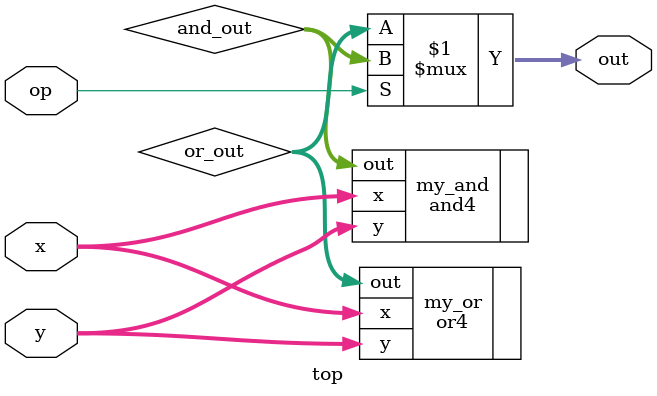
<source format=v>
module top(
    input  [3:0] x,
    input  [3:0] y,
    input op,
    output [3:0] out
);

    wire [3:0] and_out, or_out;    

    and4 my_and(
        .x(x),
        .y(y),
        .out(and_out)
    );
    or4 my_or(
        .x(x),
        .y(y),
        .out(or_out)
    );
    assign out = op ? and_out : or_out;

endmodule
</source>
